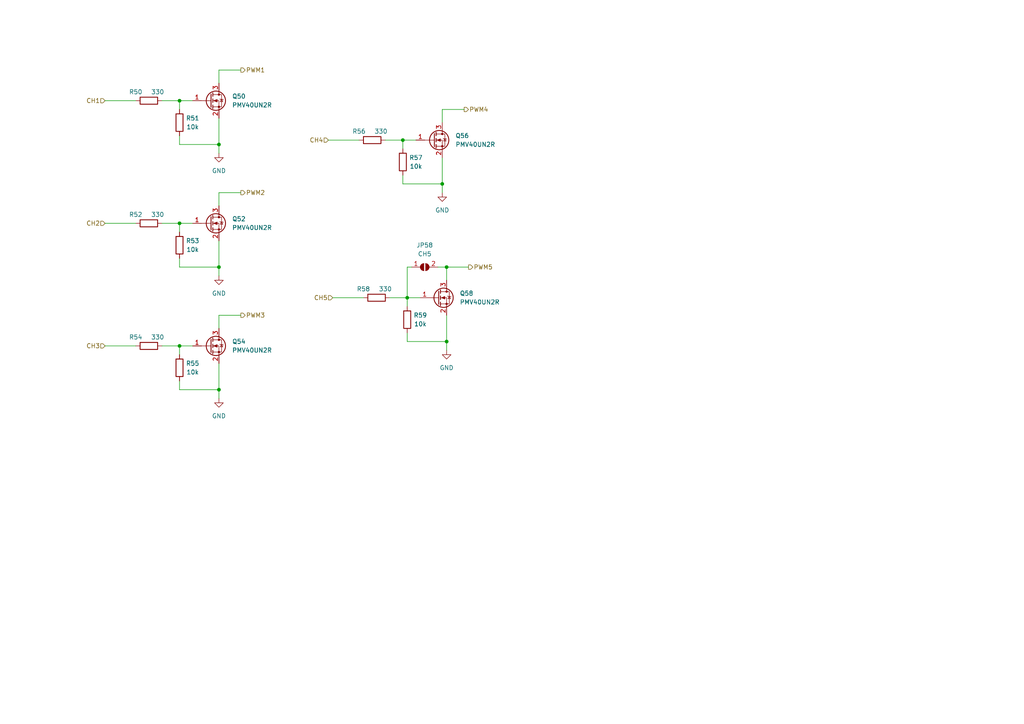
<source format=kicad_sch>
(kicad_sch (version 20211123) (generator eeschema)
  (paper "A4")
  (title_block (title "LED Driver") (date "2023-01-30") (rev "A") (company "PaEber Electronics") (comment 1 "ESP based LED driver for ESPHome"))
  (lib_symbols
    (symbol "Device:R" (pin_numbers hide) (pin_names (offset 0))
      (property "Reference" "R" (at 2.032 0 90))
      (property "Value" "R" (at 0 0 90))
      (symbol "R_0_1"
        (rectangle (start -1.016 -2.54) (end 1.016 2.54) (stroke (width 0.254)))
      )
      (symbol "R_1_1"
        (pin passive line (at 0 3.81 270) (length 1.27) (name "~") (number "1"))
        (pin passive line (at 0 -3.81 90) (length 1.27) (name "~") (number "2"))
      )
    )
    (symbol "Jumper:SolderJumper_2_Open" (pin_names (offset 0) hide)
      (property "Reference" "JP" (at 0 2.032 0))
      (property "Value" "SolderJumper_2_Open" (at 0 -2.54 0))
      (symbol "SolderJumper_2_Open_0_1"
        (arc (start -0.254 1.016) (mid -1.27 0) (end -0.254 -1.016))
        (arc (start -0.254 1.016) (mid -1.27 0) (end -0.254 -1.016) (fill (type outline)))
        (polyline (pts (xy -0.254 1.016) (xy -0.254 -1.016)))
        (polyline (pts (xy 0.254 1.016) (xy 0.254 -1.016)))
        (arc (start 0.254 -1.016) (mid 1.27 0) (end 0.254 1.016))
        (arc (start 0.254 -1.016) (mid 1.27 0) (end 0.254 1.016) (fill (type outline)))
      )
      (symbol "SolderJumper_2_Open_1_1"
        (pin passive line (at -3.81 0 0) (length 2.54) (name "A") (number "1"))
        (pin passive line (at 3.81 0 180) (length 2.54) (name "B") (number "2"))
      )
    )
    (symbol "paeber:PMV40UN2R" (pin_names hide)
      (property "Reference" "Q58" (at 6.35 1.2701 0))
      (property "Value" "PMV40UN2R" (at 6.35 -1.2699 0))
      (symbol "PMV40UN2R_0_1"
        (polyline (pts (xy 0.254 0) (xy -2.54 0)))
        (polyline (pts (xy 0.254 1.905) (xy 0.254 -1.905)) (stroke (width 0.254)))
        (polyline (pts (xy 0.762 -1.27) (xy 0.762 -2.286)) (stroke (width 0.254)))
        (polyline (pts (xy 0.762 0.508) (xy 0.762 -0.508)) (stroke (width 0.254)))
        (polyline (pts (xy 0.762 2.286) (xy 0.762 1.27)) (stroke (width 0.254)))
        (polyline (pts (xy 2.54 2.54) (xy 2.54 1.778)))
        (polyline (pts (xy 2.54 -2.54) (xy 2.54 0) (xy 0.762 0)))
        (polyline (pts (xy 0.762 -1.778) (xy 3.302 -1.778) (xy 3.302 1.778) (xy 0.762 1.778)))
        (polyline (pts (xy 1.016 0) (xy 2.032 0.381) (xy 2.032 -0.381) (xy 1.016 0)) (fill (type outline)))
        (polyline (pts (xy 2.794 0.508) (xy 2.921 0.381) (xy 3.683 0.381) (xy 3.81 0.254)))
        (polyline (pts (xy 3.302 0.381) (xy 2.921 -0.254) (xy 3.683 -0.254) (xy 3.302 0.381)))
        (circle (center 1.651 0) (radius 2.794) (stroke (width 0.254)))
        (circle (center 2.54 -1.778) (radius 0.254) (fill (type outline)))
        (circle (center 2.54 1.778) (radius 0.254) (fill (type outline)))
      )
      (symbol "PMV40UN2R_1_1"
        (pin input line (at -5.08 0 0) (length 2.54) (name "G") (number "1"))
        (pin passive line (at 2.54 -5.08 90) (length 2.54) (name "S") (number "2"))
        (pin passive line (at 2.54 5.08 270) (length 2.54) (name "D") (number "3"))
      )
    )
    (symbol "power:GND" (power) (pin_names (offset 0))
      (property "Value" "GND" (at 0 -3.81 0))
      (symbol "GND_0_1"
        (polyline (pts (xy 0 0) (xy 0 -1.27) (xy 1.27 -1.27) (xy 0 -2.54) (xy -1.27 -1.27) (xy 0 -1.27)))
      )
      (symbol "GND_1_1"
        (pin power_in line (at 0 0 270) (length 0) hide (name "GND") (number "1"))
      )
    )
  )
  (junction (at 52.07 29.21))
  (junction (at 63.5 41.91))
  (junction (at 129.54 99.06))
  (junction (at 63.5 77.47))
  (junction (at 129.54 77.47))
  (junction (at 52.07 100.33))
  (junction (at 52.07 64.77))
  (junction (at 116.84 40.64))
  (junction (at 63.5 113.03))
  (junction (at 118.11 86.36))
  (junction (at 128.27 53.34))
  (wire (pts (xy 52.07 100.33) (xy 52.07 102.87)))
  (wire (pts (xy 116.84 40.64) (xy 120.65 40.64)))
  (wire (pts (xy 46.99 64.77) (xy 52.07 64.77)))
  (wire (pts (xy 30.48 64.77) (xy 39.37 64.77)))
  (wire (pts (xy 52.07 74.93) (xy 52.07 77.47)))
  (wire (pts (xy 46.99 29.21) (xy 52.07 29.21)))
  (wire (pts (xy 113.03 86.36) (xy 118.11 86.36)))
  (wire (pts (xy 95.25 40.64) (xy 104.14 40.64)))
  (wire (pts (xy 116.84 50.8) (xy 116.84 53.34)))
  (wire (pts (xy 52.07 29.21) (xy 52.07 31.75)))
  (wire (pts (xy 128.27 53.34) (xy 128.27 45.72)))
  (wire (pts (xy 118.11 77.47) (xy 119.38 77.47)))
  (wire (pts (xy 128.27 31.75) (xy 128.27 35.56)))
  (wire (pts (xy 116.84 53.34) (xy 128.27 53.34)))
  (wire (pts (xy 128.27 53.34) (xy 128.27 55.88)))
  (wire (pts (xy 52.07 110.49) (xy 52.07 113.03)))
  (wire (pts (xy 135.89 77.47) (xy 129.54 77.47)))
  (wire (pts (xy 63.5 91.44) (xy 63.5 95.25)))
  (wire (pts (xy 63.5 113.03) (xy 63.5 105.41)))
  (wire (pts (xy 69.85 20.32) (xy 63.5 20.32)))
  (wire (pts (xy 69.85 55.88) (xy 63.5 55.88)))
  (wire (pts (xy 52.07 64.77) (xy 55.88 64.77)))
  (wire (pts (xy 63.5 55.88) (xy 63.5 59.69)))
  (wire (pts (xy 96.52 86.36) (xy 105.41 86.36)))
  (wire (pts (xy 111.76 40.64) (xy 116.84 40.64)))
  (wire (pts (xy 69.85 91.44) (xy 63.5 91.44)))
  (wire (pts (xy 52.07 39.37) (xy 52.07 41.91)))
  (wire (pts (xy 129.54 99.06) (xy 129.54 101.6)))
  (wire (pts (xy 118.11 86.36) (xy 118.11 88.9)))
  (wire (pts (xy 52.07 77.47) (xy 63.5 77.47)))
  (wire (pts (xy 63.5 20.32) (xy 63.5 24.13)))
  (wire (pts (xy 63.5 41.91) (xy 63.5 44.45)))
  (wire (pts (xy 63.5 77.47) (xy 63.5 69.85)))
  (wire (pts (xy 63.5 41.91) (xy 63.5 34.29)))
  (wire (pts (xy 118.11 77.47) (xy 118.11 86.36)))
  (wire (pts (xy 30.48 100.33) (xy 39.37 100.33)))
  (wire (pts (xy 52.07 113.03) (xy 63.5 113.03)))
  (wire (pts (xy 63.5 77.47) (xy 63.5 80.01)))
  (wire (pts (xy 116.84 40.64) (xy 116.84 43.18)))
  (wire (pts (xy 129.54 99.06) (xy 129.54 91.44)))
  (wire (pts (xy 52.07 29.21) (xy 55.88 29.21)))
  (wire (pts (xy 134.62 31.75) (xy 128.27 31.75)))
  (wire (pts (xy 52.07 41.91) (xy 63.5 41.91)))
  (wire (pts (xy 30.48 29.21) (xy 39.37 29.21)))
  (wire (pts (xy 127 77.47) (xy 129.54 77.47)))
  (wire (pts (xy 63.5 113.03) (xy 63.5 115.57)))
  (wire (pts (xy 118.11 96.52) (xy 118.11 99.06)))
  (wire (pts (xy 118.11 99.06) (xy 129.54 99.06)))
  (wire (pts (xy 52.07 64.77) (xy 52.07 67.31)))
  (wire (pts (xy 52.07 100.33) (xy 55.88 100.33)))
  (wire (pts (xy 46.99 100.33) (xy 52.07 100.33)))
  (wire (pts (xy 118.11 86.36) (xy 121.92 86.36)))
  (wire (pts (xy 129.54 77.47) (xy 129.54 81.28)))
  (hierarchical_label "CH2" (shape input) (at 30.48 64.77 180))
  (hierarchical_label "PWM5" (shape output) (at 135.89 77.47 0))
  (hierarchical_label "CH3" (shape input) (at 30.48 100.33 180))
  (hierarchical_label "PWM3" (shape output) (at 69.85 91.44 0))
  (hierarchical_label "PWM4" (shape output) (at 134.62 31.75 0))
  (hierarchical_label "CH4" (shape input) (at 95.25 40.64 180))
  (hierarchical_label "PWM2" (shape output) (at 69.85 55.88 0))
  (hierarchical_label "CH5" (shape input) (at 96.52 86.36 180))
  (hierarchical_label "CH1" (shape input) (at 30.48 29.21 180))
  (hierarchical_label "PWM1" (shape output) (at 69.85 20.32 0))
  (symbol (lib_id "power:GND") (at 63.5 44.45 0) (unit 1)
    (property "Reference" "#PWR0113" (effects hide))
    (property "Value" "GND" (at 63.5 49.53 0))
  )
  (symbol (lib_id "power:GND") (at 63.5 80.01 0) (unit 1)
    (property "Reference" "#PWR0114" (effects hide))
    (property "Value" "GND" (at 63.5 85.09 0))
  )
  (symbol (lib_id "Jumper:SolderJumper_2_Open") (at 123.19 77.47 0) (unit 1)
    (property "Reference" "JP58" (at 123.19 71.12 0))
    (property "Value" "CH5" (at 123.19 73.66 0))
    (property "Footprint" "Jumper:SolderJumper-2_P1.3mm_Open_RoundedPad1.0x1.5mm" (effects hide))
  )
  (symbol (lib_id "Device:R") (at 43.18 64.77 90) (mirror x) (unit 1)
    (property "Reference" "R52" (at 39.37 62.23 90))
    (property "Value" "330" (at 45.72 62.23 90))
    (property "Footprint" "Resistor_SMD:R_0603_1608Metric_Pad0.98x0.95mm_HandSolder" (effects hide))
  )
  (symbol (lib_id "Device:R") (at 107.95 40.64 90) (mirror x) (unit 1)
    (property "Reference" "R56" (at 104.14 38.1 90))
    (property "Value" "330" (at 110.49 38.1 90))
    (property "Footprint" "Resistor_SMD:R_0603_1608Metric_Pad0.98x0.95mm_HandSolder" (effects hide))
  )
  (symbol (lib_id "power:GND") (at 128.27 55.88 0) (unit 1)
    (property "Reference" "#PWR0112" (effects hide))
    (property "Value" "GND" (at 128.27 60.96 0))
  )
  (symbol (lib_id "power:GND") (at 129.54 101.6 0) (unit 1)
    (property "Reference" "#PWR0105" (effects hide))
    (property "Value" "GND" (at 129.54 106.68 0))
  )
  (symbol (lib_id "Device:R") (at 43.18 29.21 90) (mirror x) (unit 1)
    (property "Reference" "R50" (at 39.37 26.67 90))
    (property "Value" "330" (at 45.72 26.67 90))
    (property "Footprint" "Resistor_SMD:R_0603_1608Metric_Pad0.98x0.95mm_HandSolder" (effects hide))
  )
  (symbol (lib_id "Device:R") (at 52.07 35.56 0) (mirror x) (unit 1)
    (property "Reference" "R51" (at 55.88 34.29 0))
    (property "Value" "10k" (at 55.88 36.83 0))
    (property "Footprint" "Resistor_SMD:R_0603_1608Metric_Pad0.98x0.95mm_HandSolder" (effects hide))
  )
  (symbol (lib_id "Device:R") (at 52.07 71.12 0) (mirror x) (unit 1)
    (property "Reference" "R53" (at 55.88 69.85 0))
    (property "Value" "10k" (at 55.88 72.39 0))
    (property "Footprint" "Resistor_SMD:R_0603_1608Metric_Pad0.98x0.95mm_HandSolder" (effects hide))
  )
  (symbol (lib_id "paeber:PMV40UN2R") (at 60.96 29.21 0) (unit 1)
    (property "Reference" "Q50" (at 67.31 27.9399 0) (effects (justify left)))
    (property "Value" "PMV40UN2R" (at 67.31 30.4799 0) (effects (justify left)))
    (property "Footprint" "Package_TO_SOT_SMD:SOT-23" (effects hide))
    (property "Datasheet" "https://www.mouser.ch/datasheet/2/916/PMV40UN2-2937091.pdf" (effects hide))
    (property "LCSC" "C130869" (effects hide))
    (property "Mouser" "771-PMV40UN2R" (effects hide))
  )
  (symbol (lib_id "Device:R") (at 118.11 92.71 0) (mirror x) (unit 1)
    (property "Reference" "R59" (at 121.92 91.44 0))
    (property "Value" "10k" (at 121.92 93.98 0))
    (property "Footprint" "Resistor_SMD:R_0603_1608Metric_Pad0.98x0.95mm_HandSolder" (effects hide))
  )
  (symbol (lib_id "paeber:PMV40UN2R") (at 60.96 64.77 0) (unit 1)
    (property "Reference" "Q52" (at 67.31 63.4999 0) (effects (justify left)))
    (property "Value" "PMV40UN2R" (at 67.31 66.0399 0) (effects (justify left)))
    (property "Footprint" "Package_TO_SOT_SMD:SOT-23" (effects hide))
    (property "Datasheet" "https://www.mouser.ch/datasheet/2/916/PMV40UN2-2937091.pdf" (effects hide))
    (property "LCSC" "C130869" (effects hide))
    (property "Mouser" "771-PMV40UN2R" (effects hide))
  )
  (symbol (lib_id "paeber:PMV40UN2R") (at 127 86.36 0) (unit 1)
    (property "Reference" "Q58" (at 133.35 85.0899 0) (effects (justify left)))
    (property "Value" "PMV40UN2R" (at 133.35 87.6299 0) (effects (justify left)))
    (property "Footprint" "Package_TO_SOT_SMD:SOT-23" (effects hide))
    (property "Datasheet" "https://www.mouser.ch/datasheet/2/916/PMV40UN2-2937091.pdf" (effects hide))
    (property "Mouser" "771-PMV40UN2R" (effects hide))
  )
  (symbol (lib_id "paeber:PMV40UN2R") (at 60.96 100.33 0) (unit 1)
    (property "Reference" "Q54" (at 67.31 99.0599 0) (effects (justify left)))
    (property "Value" "PMV40UN2R" (at 67.31 101.5999 0) (effects (justify left)))
    (property "Footprint" "Package_TO_SOT_SMD:SOT-23" (effects hide))
    (property "Datasheet" "https://www.mouser.ch/datasheet/2/916/PMV40UN2-2937091.pdf" (effects hide))
    (property "LCSC" "C130869" (effects hide))
    (property "Mouser" "771-PMV40UN2R" (effects hide))
  )
  (symbol (lib_id "power:GND") (at 63.5 115.57 0) (unit 1)
    (property "Reference" "#PWR0115" (effects hide))
    (property "Value" "GND" (at 63.5 120.65 0))
  )
  (symbol (lib_id "Device:R") (at 43.18 100.33 90) (mirror x) (unit 1)
    (property "Reference" "R54" (at 39.37 97.79 90))
    (property "Value" "330" (at 45.72 97.79 90))
    (property "Footprint" "Resistor_SMD:R_0603_1608Metric_Pad0.98x0.95mm_HandSolder" (effects hide))
  )
  (symbol (lib_id "paeber:PMV40UN2R") (at 125.73 40.64 0) (unit 1)
    (property "Reference" "Q56" (at 132.08 39.3699 0) (effects (justify left)))
    (property "Value" "PMV40UN2R" (at 132.08 41.9099 0) (effects (justify left)))
    (property "Footprint" "Package_TO_SOT_SMD:SOT-23" (effects hide))
    (property "Datasheet" "https://www.mouser.ch/datasheet/2/916/PMV40UN2-2937091.pdf" (effects hide))
    (property "LCSC" "C130869" (effects hide))
    (property "Mouser" "771-PMV40UN2R" (effects hide))
  )
  (symbol (lib_id "Device:R") (at 52.07 106.68 0) (mirror x) (unit 1)
    (property "Reference" "R55" (at 55.88 105.41 0))
    (property "Value" "10k" (at 55.88 107.95 0))
    (property "Footprint" "Resistor_SMD:R_0603_1608Metric_Pad0.98x0.95mm_HandSolder" (effects hide))
  )
  (symbol (lib_id "Device:R") (at 109.22 86.36 90) (mirror x) (unit 1)
    (property "Reference" "R58" (at 105.41 83.82 90))
    (property "Value" "330" (at 111.76 83.82 90))
    (property "Footprint" "Resistor_SMD:R_0603_1608Metric_Pad0.98x0.95mm_HandSolder" (effects hide))
  )
  (symbol (lib_id "Device:R") (at 116.84 46.99 0) (mirror x) (unit 1)
    (property "Reference" "R57" (at 120.65 45.72 0))
    (property "Value" "10k" (at 120.65 48.26 0))
    (property "Footprint" "Resistor_SMD:R_0603_1608Metric_Pad0.98x0.95mm_HandSolder" (effects hide))
  )
)
</source>
